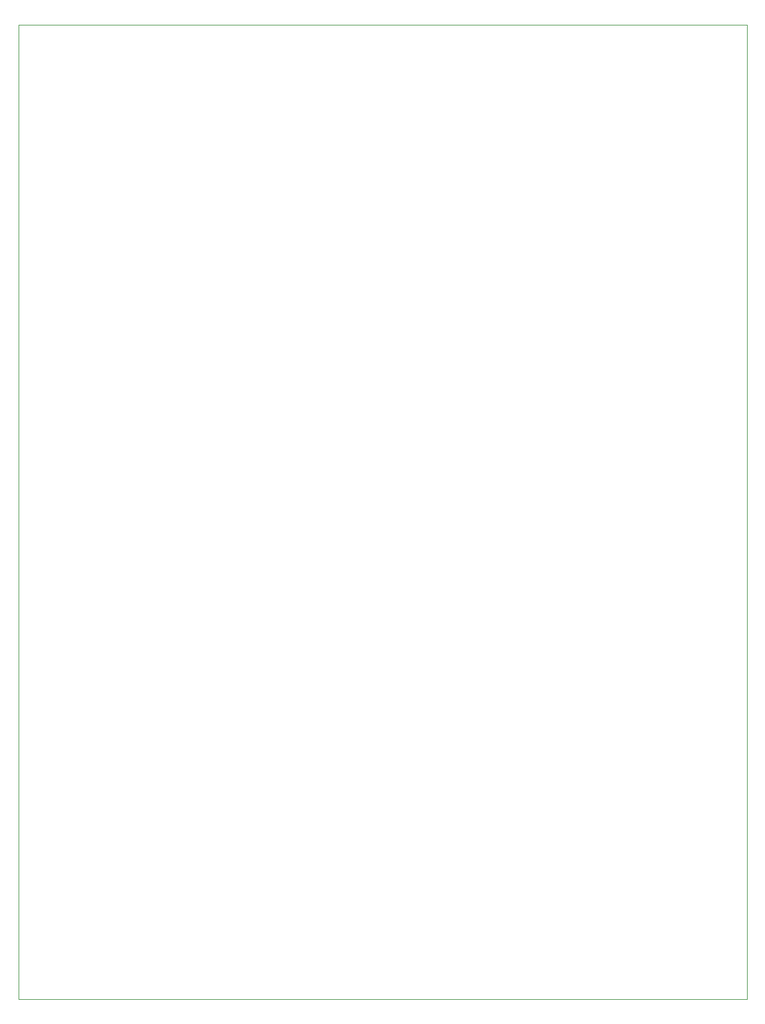
<source format=gbr>
%TF.GenerationSoftware,KiCad,Pcbnew,8.0.6*%
%TF.CreationDate,2024-12-19T08:47:46+08:00*%
%TF.ProjectId,dummyload,64756d6d-796c-46f6-9164-2e6b69636164,rev?*%
%TF.SameCoordinates,Original*%
%TF.FileFunction,Profile,NP*%
%FSLAX46Y46*%
G04 Gerber Fmt 4.6, Leading zero omitted, Abs format (unit mm)*
G04 Created by KiCad (PCBNEW 8.0.6) date 2024-12-19 08:47:46*
%MOMM*%
%LPD*%
G01*
G04 APERTURE LIST*
%TA.AperFunction,Profile*%
%ADD10C,0.050000*%
%TD*%
G04 APERTURE END LIST*
D10*
X41500000Y-20987383D02*
X141000000Y-20987383D01*
X141000000Y-153987383D01*
X41500000Y-153987383D01*
X41500000Y-20987383D01*
M02*

</source>
